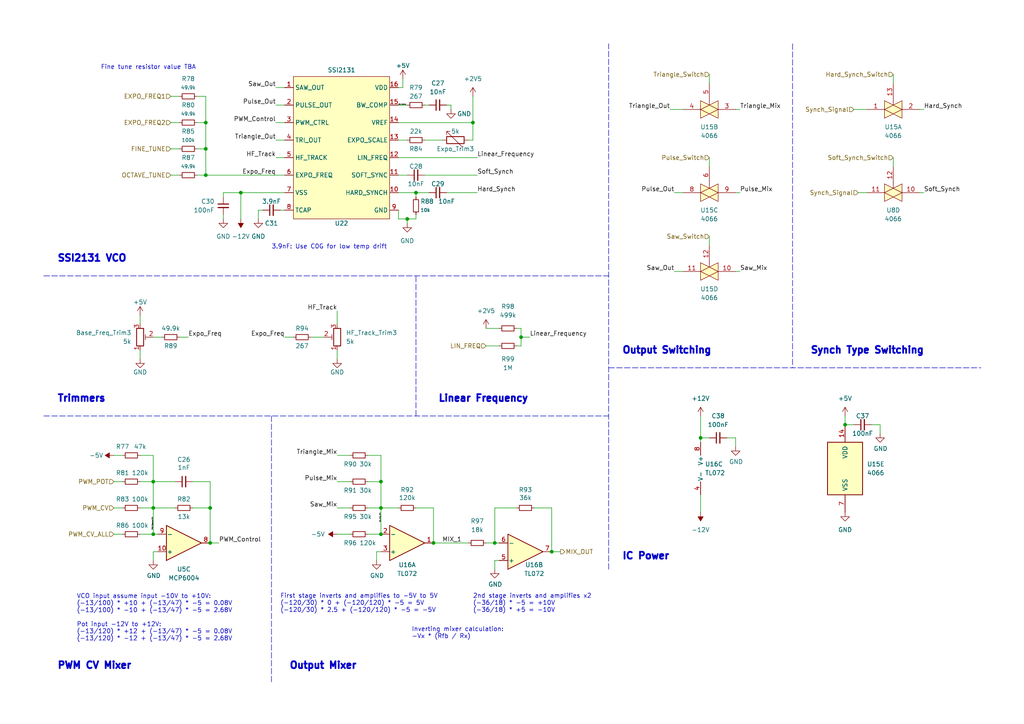
<source format=kicad_sch>
(kicad_sch (version 20211123) (generator eeschema)
  (paper "A4")
  (title_block (title "Quadraphone Voice") (date "2023-01-27") (rev "v1.0") (company "Mountjoy Modular"))
  (lib_symbols
    (symbol "4xxx:4066" (pin_names (offset 1.016))
      (property "Reference" "U" (at -7.62 8.89 0))
      (property "Value" "4066" (at -7.62 -8.89 0))
      (symbol "4066_1_0"
        (polyline (pts (xy 0 1.27) (xy 0 2.54)) (stroke (width 0.1524)))
        (polyline (pts (xy -2.54 0) (xy 2.54 2.54) (xy 2.54 -2.54) (xy -2.54 0)) (fill (type background)))
        (polyline (pts (xy -2.54 2.54) (xy 2.54 0) (xy -2.54 -2.54) (xy -2.54 2.54)) (fill (type background)))
        (pin passive line (at -7.62 0 0) (length 5.08) (name "~") (number "1"))
        (pin input line (at 0 7.62 270) (length 5.08) (name "~") (number "13"))
        (pin passive line (at 7.62 0 180) (length 5.08) (name "~") (number "2"))
      )
      (symbol "4066_2_0"
        (polyline (pts (xy 0 1.27) (xy 0 2.54)) (stroke (width 0.1524)))
        (polyline (pts (xy -2.54 0) (xy 2.54 2.54) (xy 2.54 -2.54) (xy -2.54 0)) (fill (type background)))
        (polyline (pts (xy -2.54 2.54) (xy 2.54 0) (xy -2.54 -2.54) (xy -2.54 2.54)) (fill (type background)))
        (pin passive line (at 7.62 0 180) (length 5.08) (name "~") (number "3"))
        (pin passive line (at -7.62 0 0) (length 5.08) (name "~") (number "4"))
        (pin input line (at 0 7.62 270) (length 5.08) (name "~") (number "5"))
      )
      (symbol "4066_3_0"
        (polyline (pts (xy 0 1.27) (xy 0 2.54)) (stroke (width 0.1524)))
        (polyline (pts (xy -2.54 0) (xy 2.54 2.54) (xy 2.54 -2.54) (xy -2.54 0)) (fill (type background)))
        (polyline (pts (xy -2.54 2.54) (xy 2.54 0) (xy -2.54 -2.54) (xy -2.54 2.54)) (fill (type background)))
        (pin input line (at 0 7.62 270) (length 5.08) (name "~") (number "6"))
        (pin passive line (at -7.62 0 0) (length 5.08) (name "~") (number "8"))
        (pin passive line (at 7.62 0 180) (length 5.08) (name "~") (number "9"))
      )
      (symbol "4066_4_0"
        (polyline (pts (xy 0 1.27) (xy 0 2.54)) (stroke (width 0.1524)))
        (polyline (pts (xy -2.54 0) (xy 2.54 2.54) (xy 2.54 -2.54) (xy -2.54 0)) (fill (type background)))
        (polyline (pts (xy -2.54 2.54) (xy 2.54 0) (xy -2.54 -2.54) (xy -2.54 2.54)) (fill (type background)))
        (pin passive line (at 7.62 0 180) (length 5.08) (name "~") (number "10"))
        (pin passive line (at -7.62 0 0) (length 5.08) (name "~") (number "11"))
        (pin input line (at 0 7.62 270) (length 5.08) (name "~") (number "12"))
      )
      (symbol "4066_5_0"
        (pin power_in line (at 0 12.7 270) (length 5.08) (name "VDD") (number "14"))
        (pin power_in line (at 0 -12.7 90) (length 5.08) (name "VSS") (number "7"))
      )
      (symbol "4066_5_1"
        (rectangle (start -5.08 7.62) (end 5.08 -7.62) (stroke (width 0.254)) (fill (type background)))
      )
    )
    (symbol "Amplifier_Operational:MCP6004" (pin_names (offset 0.127))
      (property "Reference" "U" (at 0 5.08 0))
      (property "Value" "MCP6004" (at 0 -5.08 0))
      (symbol "MCP6004_1_1"
        (polyline (pts (xy -5.08 5.08) (xy 5.08 0) (xy -5.08 -5.08) (xy -5.08 5.08)) (stroke (width 0.254)) (fill (type background)))
        (pin output line (at 7.62 0 180) (length 2.54) (name "~") (number "1"))
        (pin input line (at -7.62 -2.54 0) (length 2.54) (name "-") (number "2"))
        (pin input line (at -7.62 2.54 0) (length 2.54) (name "+") (number "3"))
      )
      (symbol "MCP6004_2_1"
        (polyline (pts (xy -5.08 5.08) (xy 5.08 0) (xy -5.08 -5.08) (xy -5.08 5.08)) (stroke (width 0.254)) (fill (type background)))
        (pin input line (at -7.62 2.54 0) (length 2.54) (name "+") (number "5"))
        (pin input line (at -7.62 -2.54 0) (length 2.54) (name "-") (number "6"))
        (pin output line (at 7.62 0 180) (length 2.54) (name "~") (number "7"))
      )
      (symbol "MCP6004_3_1"
        (polyline (pts (xy -5.08 5.08) (xy 5.08 0) (xy -5.08 -5.08) (xy -5.08 5.08)) (stroke (width 0.254)) (fill (type background)))
        (pin input line (at -7.62 2.54 0) (length 2.54) (name "+") (number "10"))
        (pin output line (at 7.62 0 180) (length 2.54) (name "~") (number "8"))
        (pin input line (at -7.62 -2.54 0) (length 2.54) (name "-") (number "9"))
      )
      (symbol "MCP6004_4_1"
        (polyline (pts (xy -5.08 5.08) (xy 5.08 0) (xy -5.08 -5.08) (xy -5.08 5.08)) (stroke (width 0.254)) (fill (type background)))
        (pin input line (at -7.62 2.54 0) (length 2.54) (name "+") (number "12"))
        (pin input line (at -7.62 -2.54 0) (length 2.54) (name "-") (number "13"))
        (pin output line (at 7.62 0 180) (length 2.54) (name "~") (number "14"))
      )
      (symbol "MCP6004_5_1"
        (pin power_in line (at -2.54 -7.62 90) (length 3.81) (name "V-") (number "11"))
        (pin power_in line (at -2.54 7.62 270) (length 3.81) (name "V+") (number "4"))
      )
    )
    (symbol "Amplifier_Operational:TL072" (pin_names (offset 0.127))
      (property "Reference" "U" (at 0 5.08 0))
      (property "Value" "TL072" (at 0 -5.08 0))
      (symbol "TL072_1_1"
        (polyline (pts (xy -5.08 5.08) (xy 5.08 0) (xy -5.08 -5.08) (xy -5.08 5.08)) (stroke (width 0.254)) (fill (type background)))
        (pin output line (at 7.62 0 180) (length 2.54) (name "~") (number "1"))
        (pin input line (at -7.62 -2.54 0) (length 2.54) (name "-") (number "2"))
        (pin input line (at -7.62 2.54 0) (length 2.54) (name "+") (number "3"))
      )
      (symbol "TL072_2_1"
        (polyline (pts (xy -5.08 5.08) (xy 5.08 0) (xy -5.08 -5.08) (xy -5.08 5.08)) (stroke (width 0.254)) (fill (type background)))
        (pin input line (at -7.62 2.54 0) (length 2.54) (name "+") (number "5"))
        (pin input line (at -7.62 -2.54 0) (length 2.54) (name "-") (number "6"))
        (pin output line (at 7.62 0 180) (length 2.54) (name "~") (number "7"))
      )
      (symbol "TL072_3_1"
        (pin power_in line (at -2.54 -7.62 90) (length 3.81) (name "V-") (number "4"))
        (pin power_in line (at -2.54 7.62 270) (length 3.81) (name "V+") (number "8"))
      )
    )
    (symbol "Custom_Audio:SSI2131"
      (property "Reference" "U" (at 0 21.59 0))
      (property "Value" "SSI2131" (at 0 -23.495 0))
      (symbol "SSI2131_0_0"
        (pin output line (at -16.51 16.51 0) (length 2.54) (name "SAW_OUT") (number "1"))
        (pin input line (at 16.51 -13.97 180) (length 2.54) (name "HARD_SYNCH") (number "10"))
        (pin input line (at 16.51 -8.89 180) (length 2.54) (name "SOFT_SYNC") (number "11"))
        (pin input line (at 16.51 -3.81 180) (length 2.54) (name "LIN_FREQ") (number "12"))
        (pin input line (at 16.51 1.27 180) (length 2.54) (name "EXPO_SCALE") (number "13"))
        (pin power_in line (at 16.51 6.35 180) (length 2.54) (name "VREF") (number "14"))
        (pin output line (at 16.51 11.43 180) (length 2.54) (name "BW_COMP") (number "15"))
        (pin power_in line (at 16.51 16.51 180) (length 2.54) (name "VDD") (number "16"))
        (pin output line (at -16.51 11.43 0) (length 2.54) (name "PULSE_OUT") (number "2"))
        (pin input line (at -16.51 6.35 0) (length 2.54) (name "PWM_CTRL") (number "3"))
        (pin output line (at -16.51 -3.81 0) (length 2.54) (name "HF_TRACK") (number "5"))
        (pin input line (at -16.51 -8.89 0) (length 2.54) (name "EXPO_FREQ") (number "6"))
        (pin power_in line (at -16.51 -13.97 0) (length 2.54) (name "VSS") (number "7"))
        (pin input line (at -16.51 -19.05 0) (length 2.54) (name "TCAP") (number "8"))
        (pin power_in line (at 16.51 -19.05 180) (length 2.54) (name "GND") (number "9"))
      )
      (symbol "SSI2131_0_1"
        (rectangle (start -13.97 19.685) (end 13.97 -21.59) (fill (type background)))
      )
      (symbol "SSI2131_1_1"
        (pin output line (at -16.51 1.27 0) (length 2.54) (name "TRI_OUT") (number "4"))
      )
    )
    (symbol "Device:C_Small" (pin_numbers hide) (pin_names (offset 0.254) hide)
      (property "Reference" "C" (at 0.254 1.778 0))
      (property "Value" "C_Small" (at 0.254 -2.032 0))
      (symbol "C_Small_0_1"
        (polyline (pts (xy -1.524 -0.508) (xy 1.524 -0.508)) (stroke (width 0.3302)))
        (polyline (pts (xy -1.524 0.508) (xy 1.524 0.508)) (stroke (width 0.3048)))
      )
      (symbol "C_Small_1_1"
        (pin passive line (at 0 2.54 270) (length 2.032) (name "~") (number "1"))
        (pin passive line (at 0 -2.54 90) (length 2.032) (name "~") (number "2"))
      )
    )
    (symbol "Device:R_Potentiometer_Trim" (pin_names (offset 1.016) hide)
      (property "Reference" "RV" (at -4.445 0 90))
      (property "Value" "R_Potentiometer_Trim" (at -2.54 0 90))
      (symbol "R_Potentiometer_Trim_0_1"
        (polyline (pts (xy 1.524 0.762) (xy 1.524 -0.762)))
        (polyline (pts (xy 2.54 0) (xy 1.524 0)))
        (rectangle (start 1.016 2.54) (end -1.016 -2.54) (stroke (width 0.254)))
      )
      (symbol "R_Potentiometer_Trim_1_1"
        (pin passive line (at 0 3.81 270) (length 1.27) (name "1") (number "1"))
        (pin passive line (at 3.81 0 180) (length 1.27) (name "2") (number "2"))
        (pin passive line (at 0 -3.81 90) (length 1.27) (name "3") (number "3"))
      )
    )
    (symbol "Device:R_Small" (pin_numbers hide) (pin_names (offset 0.254) hide)
      (property "Reference" "R" (at 0.762 0.508 0))
      (property "Value" "R_Small" (at 0.762 -1.016 0))
      (symbol "R_Small_0_1"
        (rectangle (start -0.762 1.778) (end 0.762 -1.778) (stroke (width 0.2032)))
      )
      (symbol "R_Small_1_1"
        (pin passive line (at 0 2.54 270) (length 0.762) (name "~") (number "1"))
        (pin passive line (at 0 -2.54 90) (length 0.762) (name "~") (number "2"))
      )
    )
    (symbol "Device:R_Variable" (pin_numbers hide) (pin_names (offset 0))
      (property "Reference" "R" (at 2.54 -2.54 90))
      (property "Value" "R_Variable" (at -2.54 -1.27 90))
      (symbol "R_Variable_0_1"
        (rectangle (start -1.016 -2.54) (end 1.016 2.54) (stroke (width 0.254)))
        (polyline (pts (xy 2.54 1.524) (xy 2.54 2.54) (xy 1.524 2.54) (xy 2.54 2.54) (xy -2.032 -2.032)))
      )
      (symbol "R_Variable_1_1"
        (pin passive line (at 0 3.81 270) (length 1.27) (name "~") (number "1"))
        (pin passive line (at 0 -3.81 90) (length 1.27) (name "~") (number "2"))
      )
    )
    (symbol "power:+12V" (power) (pin_names (offset 0))
      (property "Value" "+12V" (at 0 3.556 0))
      (symbol "+12V_0_1"
        (polyline (pts (xy -0.762 1.27) (xy 0 2.54)))
        (polyline (pts (xy 0 0) (xy 0 2.54)))
        (polyline (pts (xy 0 2.54) (xy 0.762 1.27)))
      )
      (symbol "+12V_1_1"
        (pin power_in line (at 0 0 90) (length 0) hide (name "+12V") (number "1"))
      )
    )
    (symbol "power:+2V5" (power) (pin_names (offset 0))
      (property "Value" "+2V5" (at 0 3.556 0))
      (symbol "+2V5_0_1"
        (polyline (pts (xy -0.762 1.27) (xy 0 2.54)))
        (polyline (pts (xy 0 0) (xy 0 2.54)))
        (polyline (pts (xy 0 2.54) (xy 0.762 1.27)))
      )
      (symbol "+2V5_1_1"
        (pin power_in line (at 0 0 90) (length 0) hide (name "+2V5") (number "1"))
      )
    )
    (symbol "power:+5V" (power) (pin_names (offset 0))
      (property "Value" "+5V" (at 0 3.556 0))
      (symbol "+5V_0_1"
        (polyline (pts (xy -0.762 1.27) (xy 0 2.54)))
        (polyline (pts (xy 0 0) (xy 0 2.54)))
        (polyline (pts (xy 0 2.54) (xy 0.762 1.27)))
      )
      (symbol "+5V_1_1"
        (pin power_in line (at 0 0 90) (length 0) hide (name "+5V") (number "1"))
      )
    )
    (symbol "power:-12V" (power) (pin_names (offset 0))
      (property "Value" "-12V" (at 0 3.81 0))
      (symbol "-12V_0_0"
        (pin power_in line (at 0 0 90) (length 0) hide (name "-12V") (number "1"))
      )
      (symbol "-12V_0_1"
        (polyline (pts (xy 0 0) (xy 0 1.27) (xy 0.762 1.27) (xy 0 2.54) (xy -0.762 1.27) (xy 0 1.27)) (fill (type outline)))
      )
    )
    (symbol "power:-5V" (power) (pin_names (offset 0))
      (property "Value" "-5V" (at 0 3.81 0))
      (symbol "-5V_0_0"
        (pin power_in line (at 0 0 90) (length 0) hide (name "-5V") (number "1"))
      )
      (symbol "-5V_0_1"
        (polyline (pts (xy 0 0) (xy 0 1.27) (xy 0.762 1.27) (xy 0 2.54) (xy -0.762 1.27) (xy 0 1.27)) (fill (type outline)))
      )
    )
    (symbol "power:GND" (power) (pin_names (offset 0))
      (property "Value" "GND" (at 0 -3.81 0))
      (symbol "GND_0_1"
        (polyline (pts (xy 0 0) (xy 0 -1.27) (xy 1.27 -1.27) (xy 0 -2.54) (xy -1.27 -1.27) (xy 0 -1.27)))
      )
      (symbol "GND_1_1"
        (pin power_in line (at 0 0 270) (length 0) hide (name "GND") (number "1"))
      )
    )
  )
  (junction (at 60.96 147.32))
  (junction (at 160.02 160.02))
  (junction (at 137.16 35.56))
  (junction (at 151.13 97.79))
  (junction (at 110.49 154.94))
  (junction (at 118.11 63.5))
  (junction (at 110.49 139.7))
  (junction (at 203.2 127))
  (junction (at 245.11 123.19))
  (junction (at 125.73 157.48))
  (junction (at 120.65 55.88))
  (junction (at 59.69 43.18))
  (junction (at 69.85 55.88))
  (junction (at 110.49 147.32))
  (junction (at 143.51 157.48))
  (junction (at 60.96 157.48))
  (junction (at 59.69 50.8))
  (junction (at 44.45 139.7))
  (junction (at 44.45 147.32))
  (junction (at 59.69 35.56))
  (junction (at 44.45 154.94))
  (polyline (pts (xy 176.53 165.1) (xy 176.53 12.7)))
  (polyline (pts (xy 12.7 120.65) (xy 176.53 120.65)))
  (wire (pts (xy 115.57 35.56) (xy 137.16 35.56)))
  (wire (pts (xy 57.15 35.56) (xy 59.69 35.56)))
  (polyline (pts (xy 229.87 12.7) (xy 229.87 106.68)))
  (wire (pts (xy 149.86 100.33) (xy 151.13 100.33)))
  (wire (pts (xy 151.13 97.79) (xy 151.13 95.25)))
  (wire (pts (xy 120.65 147.32) (xy 125.73 147.32)))
  (wire (pts (xy 110.49 139.7) (xy 110.49 147.32)))
  (wire (pts (xy 97.79 154.94) (xy 101.6 154.94)))
  (wire (pts (xy 143.51 157.48) (xy 144.78 157.48)))
  (wire (pts (xy 55.88 147.32) (xy 60.96 147.32)))
  (wire (pts (xy 143.51 147.32) (xy 149.86 147.32)))
  (wire (pts (xy 109.22 160.02) (xy 109.22 162.56)))
  (wire (pts (xy 116.84 25.4) (xy 115.57 25.4)))
  (wire (pts (xy 115.57 45.72) (xy 138.43 45.72)))
  (wire (pts (xy 129.54 30.48) (xy 130.81 30.48)))
  (wire (pts (xy 195.58 78.74) (xy 198.12 78.74)))
  (wire (pts (xy 49.53 50.8) (xy 52.07 50.8)))
  (wire (pts (xy 80.01 25.4) (xy 82.55 25.4)))
  (wire (pts (xy 33.02 139.7) (xy 35.56 139.7)))
  (wire (pts (xy 40.64 139.7) (xy 44.45 139.7)))
  (wire (pts (xy 49.53 43.18) (xy 52.07 43.18)))
  (wire (pts (xy 266.7 31.75) (xy 267.97 31.75)))
  (wire (pts (xy 115.57 40.64) (xy 118.11 40.64)))
  (wire (pts (xy 97.79 101.6) (xy 97.79 104.14)))
  (wire (pts (xy 115.57 63.5) (xy 118.11 63.5)))
  (wire (pts (xy 97.79 139.7) (xy 101.6 139.7)))
  (wire (pts (xy 60.96 147.32) (xy 60.96 157.48)))
  (wire (pts (xy 97.79 147.32) (xy 101.6 147.32)))
  (wire (pts (xy 259.08 45.72) (xy 259.08 48.26)))
  (wire (pts (xy 90.17 97.79) (xy 93.98 97.79)))
  (wire (pts (xy 123.19 50.8) (xy 138.43 50.8)))
  (wire (pts (xy 123.19 30.48) (xy 124.46 30.48)))
  (polyline (pts (xy 176.53 106.68) (xy 284.48 106.68)))
  (wire (pts (xy 80.01 30.48) (xy 82.55 30.48)))
  (wire (pts (xy 33.02 132.08) (xy 35.56 132.08)))
  (wire (pts (xy 59.69 27.94) (xy 59.69 35.56)))
  (wire (pts (xy 203.2 120.65) (xy 203.2 127)))
  (wire (pts (xy 40.64 147.32) (xy 44.45 147.32)))
  (wire (pts (xy 69.85 55.88) (xy 69.85 63.5)))
  (wire (pts (xy 59.69 43.18) (xy 59.69 50.8)))
  (wire (pts (xy 116.84 22.86) (xy 116.84 25.4)))
  (polyline (pts (xy 12.7 80.01) (xy 176.53 80.01)))
  (wire (pts (xy 97.79 132.08) (xy 101.6 132.08)))
  (wire (pts (xy 115.57 60.96) (xy 115.57 63.5)))
  (wire (pts (xy 44.45 160.02) (xy 45.72 160.02)))
  (wire (pts (xy 144.78 95.25) (xy 140.97 95.25)))
  (wire (pts (xy 44.45 139.7) (xy 50.8 139.7)))
  (wire (pts (xy 129.54 55.88) (xy 138.43 55.88)))
  (wire (pts (xy 74.93 60.96) (xy 74.93 63.5)))
  (wire (pts (xy 259.08 21.59) (xy 259.08 24.13)))
  (wire (pts (xy 140.97 100.33) (xy 144.78 100.33)))
  (wire (pts (xy 57.15 43.18) (xy 59.69 43.18)))
  (wire (pts (xy 245.11 123.19) (xy 247.65 123.19)))
  (wire (pts (xy 57.15 50.8) (xy 59.69 50.8)))
  (wire (pts (xy 59.69 35.56) (xy 59.69 43.18)))
  (wire (pts (xy 143.51 162.56) (xy 144.78 162.56)))
  (wire (pts (xy 203.2 127) (xy 203.2 128.27)))
  (wire (pts (xy 45.72 154.94) (xy 44.45 154.94)))
  (wire (pts (xy 106.68 154.94) (xy 110.49 154.94)))
  (wire (pts (xy 154.94 147.32) (xy 160.02 147.32)))
  (wire (pts (xy 125.73 157.48) (xy 135.89 157.48)))
  (wire (pts (xy 82.55 97.79) (xy 85.09 97.79)))
  (wire (pts (xy 44.45 97.79) (xy 46.99 97.79)))
  (wire (pts (xy 44.45 147.32) (xy 44.45 154.94)))
  (wire (pts (xy 210.82 127) (xy 213.36 127)))
  (wire (pts (xy 245.11 120.65) (xy 245.11 123.19)))
  (wire (pts (xy 140.97 157.48) (xy 143.51 157.48)))
  (wire (pts (xy 143.51 162.56) (xy 143.51 165.1)))
  (wire (pts (xy 205.74 68.58) (xy 205.74 71.12)))
  (wire (pts (xy 106.68 147.32) (xy 110.49 147.32)))
  (wire (pts (xy 203.2 127) (xy 205.74 127)))
  (wire (pts (xy 97.79 90.17) (xy 97.79 93.98)))
  (wire (pts (xy 60.96 157.48) (xy 63.5 157.48)))
  (wire (pts (xy 64.77 55.88) (xy 64.77 57.15)))
  (wire (pts (xy 247.65 31.75) (xy 251.46 31.75)))
  (wire (pts (xy 54.61 97.79) (xy 52.07 97.79)))
  (wire (pts (xy 151.13 100.33) (xy 151.13 97.79)))
  (wire (pts (xy 40.64 154.94) (xy 44.45 154.94)))
  (wire (pts (xy 40.64 91.44) (xy 40.64 93.98)))
  (polyline (pts (xy 78.74 120.65) (xy 78.74 198.12)))
  (wire (pts (xy 44.45 139.7) (xy 44.45 147.32)))
  (wire (pts (xy 248.92 55.88) (xy 251.46 55.88)))
  (wire (pts (xy 44.45 147.32) (xy 50.8 147.32)))
  (wire (pts (xy 213.36 55.88) (xy 214.63 55.88)))
  (wire (pts (xy 59.69 27.94) (xy 57.15 27.94)))
  (wire (pts (xy 106.68 132.08) (xy 110.49 132.08)))
  (wire (pts (xy 49.53 27.94) (xy 52.07 27.94)))
  (wire (pts (xy 49.53 35.56) (xy 52.07 35.56)))
  (wire (pts (xy 135.89 40.64) (xy 137.16 40.64)))
  (wire (pts (xy 44.45 160.02) (xy 44.45 162.56)))
  (wire (pts (xy 106.68 139.7) (xy 110.49 139.7)))
  (wire (pts (xy 80.01 45.72) (xy 82.55 45.72)))
  (wire (pts (xy 151.13 95.25) (xy 149.86 95.25)))
  (wire (pts (xy 74.93 60.96) (xy 76.2 60.96)))
  (wire (pts (xy 118.11 63.5) (xy 118.11 64.77)))
  (wire (pts (xy 125.73 147.32) (xy 125.73 157.48)))
  (wire (pts (xy 252.73 123.19) (xy 255.27 123.19)))
  (wire (pts (xy 266.7 55.88) (xy 267.97 55.88)))
  (wire (pts (xy 123.19 40.64) (xy 128.27 40.64)))
  (wire (pts (xy 80.01 35.56) (xy 82.55 35.56)))
  (wire (pts (xy 115.57 50.8) (xy 118.11 50.8)))
  (wire (pts (xy 130.81 30.48) (xy 130.81 31.75)))
  (wire (pts (xy 33.02 154.94) (xy 35.56 154.94)))
  (wire (pts (xy 81.28 60.96) (xy 82.55 60.96)))
  (wire (pts (xy 55.88 139.7) (xy 60.96 139.7)))
  (wire (pts (xy 120.65 55.88) (xy 120.65 57.15)))
  (wire (pts (xy 213.36 78.74) (xy 214.63 78.74)))
  (wire (pts (xy 40.64 101.6) (xy 40.64 104.14)))
  (wire (pts (xy 213.36 127) (xy 213.36 129.54)))
  (wire (pts (xy 110.49 147.32) (xy 110.49 154.94)))
  (wire (pts (xy 213.36 31.75) (xy 214.63 31.75)))
  (wire (pts (xy 137.16 27.94) (xy 137.16 35.56)))
  (polyline (pts (xy 120.65 120.65) (xy 120.65 80.01)))
  (wire (pts (xy 64.77 62.23) (xy 64.77 63.5)))
  (wire (pts (xy 64.77 55.88) (xy 69.85 55.88)))
  (wire (pts (xy 60.96 139.7) (xy 60.96 147.32)))
  (wire (pts (xy 137.16 40.64) (xy 137.16 35.56)))
  (wire (pts (xy 151.13 97.79) (xy 153.67 97.79)))
  (wire (pts (xy 115.57 55.88) (xy 120.65 55.88)))
  (wire (pts (xy 118.11 30.48) (xy 115.57 30.48)))
  (wire (pts (xy 110.49 132.08) (xy 110.49 139.7)))
  (wire (pts (xy 59.69 50.8) (xy 82.55 50.8)))
  (wire (pts (xy 143.51 147.32) (xy 143.51 157.48)))
  (wire (pts (xy 255.27 123.19) (xy 255.27 125.73)))
  (wire (pts (xy 109.22 160.02) (xy 110.49 160.02)))
  (wire (pts (xy 160.02 147.32) (xy 160.02 160.02)))
  (wire (pts (xy 69.85 55.88) (xy 82.55 55.88)))
  (wire (pts (xy 40.64 132.08) (xy 44.45 132.08)))
  (wire (pts (xy 194.31 31.75) (xy 198.12 31.75)))
  (wire (pts (xy 80.01 40.64) (xy 82.55 40.64)))
  (wire (pts (xy 160.02 160.02) (xy 162.56 160.02)))
  (wire (pts (xy 205.74 45.72) (xy 205.74 48.26)))
  (wire (pts (xy 203.2 148.59) (xy 203.2 143.51)))
  (wire (pts (xy 110.49 147.32) (xy 115.57 147.32)))
  (wire (pts (xy 44.45 132.08) (xy 44.45 139.7)))
  (wire (pts (xy 120.65 62.23) (xy 120.65 63.5)))
  (wire (pts (xy 195.58 55.88) (xy 198.12 55.88)))
  (wire (pts (xy 205.74 21.59) (xy 205.74 24.13)))
  (wire (pts (xy 120.65 55.88) (xy 124.46 55.88)))
  (wire (pts (xy 120.65 63.5) (xy 118.11 63.5)))
  (wire (pts (xy 33.02 147.32) (xy 35.56 147.32)))
  (text "First stage inverts and amplifies to -5V to 5V\n(-120/30) * 0 + (-120/120) * -5 = 5V\n(-120/30) * 2.5 + (-120/120) * -5 = -5V" (at 81.28 177.8 0) (effects (font (size 1.27 1.27)) (justify left bottom)))
  (text "Fine tune resistor value TBA" (at 29.21 20.32 0) (effects (font (size 1.27 1.27)) (justify left bottom)))
  (text "PWM CV Mixer" (at 16.51 194.31 0) (effects (font (size 2 2) (thickness 0.6) bold) (justify left bottom)))
  (text "Synch Type Switching" (at 234.95 102.87 0) (effects (font (size 2 2) (thickness 0.6) bold) (justify left bottom)))
  (text "Inverting mixer calculation:\n-Vx * (Rfb / Rx)" (at 119.38 185.42 0) (effects (font (size 1.27 1.27)) (justify left bottom)))
  (text "SSI2131 VCO" (at 16.51 76.2 0) (effects (font (size 2 2) (thickness 0.6) bold) (justify left bottom)))
  (text "Linear Frequency" (at 127 116.84 0) (effects (font (size 2 2) (thickness 0.6) bold) (justify left bottom)))
  (text "VCO input assume input -10V to +10V:\n(-13/100) * +10 + (-13/47) * -5 = 0.08V\n(-13/100) * -10 + (-13/47) * -5 = 2.68V\n\nPot input -12V to +12V:\n(-13/120) * +12 + (-13/47) * -5 = 0.08V\n(-13/120) * -12 + (-13/47) * -5 = 2.68V" (at 22.225 186.055 0) (effects (font (size 1.27 1.27)) (justify left bottom)))
  (text "Trimmers" (at 16.51 116.84 0) (effects (font (size 2 2) (thickness 0.6) bold) (justify left bottom)))
  (text "Output Mixer" (at 83.82 194.31 0) (effects (font (size 2 2) (thickness 0.6) bold) (justify left bottom)))
  (text "3.9nF: Use C0G for low temp drift" (at 78.74 72.39 0) (effects (font (size 1.27 1.27)) (justify left bottom)))
  (text "IC Power" (at 180.34 162.56 0) (effects (font (size 2 2) (thickness 0.6) bold) (justify left bottom)))
  (text "2nd stage inverts and amplifies x2\n(-36/18) * -5 = +10V\n(-36/18) * +5 = -10V" (at 137.16 177.8 0) (effects (font (size 1.27 1.27)) (justify left bottom)))
  (text "Output Switching" (at 180.34 102.87 0) (effects (font (size 2 2) (thickness 0.6) bold) (justify left bottom)))
  (label "Saw_Mix" (at 214.63 78.74 0))
  (label "Linear_Frequency" (at 138.43 45.72 0))
  (label "Expo_Freq" (at 80.01 50.8 180))
  (label "MIX_1" (at 128.27 157.48 0))
  (label "Triangle_Out" (at 194.31 31.75 180))
  (label "Soft_Synch" (at 138.43 50.8 0))
  (label "Hard_Synch" (at 267.97 31.75 0))
  (label "Triangle_Out" (at 80.01 40.64 180))
  (label "Saw_Mix" (at 97.79 147.32 180))
  (label "BW_Comp" (at 115.57 30.48 0) (effects (font (size 0.3 0.3))))
  (label "PWM_Opamp_Mix" (at 44.45 149.86 270) (effects (font (size 0.3 0.3))))
  (label "Hard_Synch" (at 138.43 55.88 0))
  (label "Pulse_Mix" (at 214.63 55.88 0))
  (label "Expo_Freq" (at 54.61 97.79 0))
  (label "Soft_Synch" (at 267.97 55.88 0))
  (label "HF_Track" (at 80.01 45.72 180))
  (label "Pulse_Mix" (at 97.79 139.7 180))
  (label "Saw_Out" (at 80.01 25.4 180))
  (label "Triangle_Mix" (at 214.63 31.75 0))
  (label "PWM_Control" (at 80.01 35.56 180))
  (label "Pulse_Out" (at 195.58 55.88 180))
  (label "Triangle_Mix" (at 97.79 132.08 180))
  (label "PWM_Control" (at 63.5 157.48 0))
  (label "HF_Track" (at 97.79 90.17 180))
  (label "Expo_Freq" (at 82.55 97.79 180))
  (label "Linear_Frequency" (at 153.67 97.79 0))
  (label "Pulse_Out" (at 80.01 30.48 180))
  (label "Saw_Out" (at 195.58 78.74 180))
  (label "Op_Amp_Mix" (at 110.49 148.59 270) (effects (font (size 0.3 0.3))))
  (hierarchical_label "EXPO_FREQ2" (shape input) (at 49.53 35.56 180))
  (hierarchical_label "MIX_OUT" (shape output) (at 162.56 160.02 0))
  (hierarchical_label "Triangle_Switch" (shape input) (at 205.74 21.59 180))
  (hierarchical_label "PWM_CV" (shape input) (at 33.02 147.32 180))
  (hierarchical_label "Saw_Switch" (shape input) (at 205.74 68.58 180))
  (hierarchical_label "PWM_POT" (shape input) (at 33.02 139.7 180))
  (hierarchical_label "Synch_Signal" (shape input) (at 247.65 31.75 180))
  (hierarchical_label "LIN_FREQ" (shape input) (at 140.97 100.33 180))
  (hierarchical_label "OCTAVE_TUNE" (shape input) (at 49.53 50.8 180))
  (hierarchical_label "EXPO_FREQ1" (shape input) (at 49.53 27.94 180))
  (hierarchical_label "FINE_TUNE" (shape input) (at 49.53 43.18 180))
  (hierarchical_label "Soft_Synch_Switch" (shape input) (at 259.08 45.72 180))
  (hierarchical_label "Synch_Signal" (shape input) (at 248.92 55.88 180))
  (hierarchical_label "Pulse_Switch" (shape input) (at 205.74 45.72 180))
  (hierarchical_label "PWM_CV_ALL" (shape input) (at 33.02 154.94 180))
  (hierarchical_label "Hard_Synch_Switch" (shape input) (at 259.08 21.59 180))
  (symbol (lib_id "power:+2V5") (at 140.97 95.25 0) (mirror y) (unit 1)
    (property "Reference" "#PWR097" (effects hide))
    (property "Value" "+2V5" (at 140.97 90.17 0))
  )
  (symbol (lib_id "Device:R_Small") (at 38.1 132.08 270) (unit 1)
    (property "Reference" "R77" (at 35.56 129.54 90))
    (property "Value" "47k" (at 40.64 129.54 90))
    (property "Footprint" "Resistor_SMD:R_0603_1608Metric" (effects hide))
  )
  (symbol (lib_id "Device:R_Small") (at 38.1 139.7 270) (unit 1)
    (property "Reference" "R81" (at 35.56 137.16 90))
    (property "Value" "120k" (at 40.64 137.16 90))
    (property "Footprint" "Resistor_SMD:R_0603_1608Metric" (effects hide))
  )
  (symbol (lib_id "power:GND") (at 40.64 104.14 0) (mirror y) (unit 1)
    (property "Reference" "#PWR092" (effects hide))
    (property "Value" "GND" (at 40.64 107.95 0))
  )
  (symbol (lib_id "Device:C_Small") (at 208.28 127 90) (unit 1)
    (property "Reference" "C38" (at 208.2863 120.65 90))
    (property "Value" "100nF" (at 208.2863 123.19 90))
    (property "Footprint" "Capacitor_SMD:C_0603_1608Metric_Pad1.08x0.95mm_HandSolder" (effects hide))
  )
  (symbol (lib_id "power:GND") (at 44.45 162.56 0) (unit 1)
    (property "Reference" "#PWR086" (effects hide))
    (property "Value" "GND" (at 44.577 166.9542 0))
  )
  (symbol (lib_id "Device:C_Small") (at 127 55.88 90) (unit 1)
    (property "Reference" "C29" (at 127 53.34 90))
    (property "Value" "10nF" (at 129.54 58.42 90))
    (property "Footprint" "Capacitor_SMD:C_0603_1608Metric_Pad1.08x0.95mm_HandSolder" (effects hide))
  )
  (symbol (lib_id "Device:R_Small") (at 118.11 147.32 270) (unit 1)
    (property "Reference" "R92" (at 118.11 142.0622 90))
    (property "Value" "120k" (at 118.11 144.3736 90))
    (property "Footprint" "Resistor_SMD:R_0603_1608Metric" (effects hide))
  )
  (symbol (lib_id "Device:C_Small") (at 250.19 123.19 90) (unit 1)
    (property "Reference" "C37" (at 250.19 120.65 90))
    (property "Value" "100nF" (at 250.19 125.73 90))
    (property "Footprint" "Capacitor_SMD:C_0603_1608Metric_Pad1.08x0.95mm_HandSolder" (effects hide))
  )
  (symbol (lib_id "Device:R_Small") (at 87.63 97.79 270) (unit 1)
    (property "Reference" "R94" (at 87.63 95.25 90))
    (property "Value" "267" (at 87.63 100.33 90))
    (property "Footprint" "Resistor_SMD:R_0603_1608Metric" (effects hide))
  )
  (symbol (lib_id "Device:R_Small") (at 147.32 95.25 270) (mirror x) (unit 1)
    (property "Reference" "R98" (at 147.32 88.9 90))
    (property "Value" "499k" (at 147.32 91.44 90))
    (property "Footprint" "Resistor_SMD:R_0603_1608Metric" (effects hide))
  )
  (symbol (lib_id "4xxx:4066") (at 205.74 55.88 0) (unit 3)
    (property "Reference" "U15" (at 205.74 60.96 0))
    (property "Value" "4066" (at 205.74 63.5 0))
    (property "Footprint" "Package_SO:TSSOP-14_4.4x5mm_P0.65mm" (effects hide))
    (property "Datasheet" "http://www.ti.com/lit/ds/symlink/cd4066b.pdf" (effects hide))
  )
  (symbol (lib_id "power:-12V") (at 69.85 63.5 180) (unit 1)
    (property "Reference" "#PWR088" (effects hide))
    (property "Value" "-12V" (at 69.85 68.58 0))
  )
  (symbol (lib_id "power:GND") (at 97.79 104.14 0) (unit 1)
    (property "Reference" "#PWR094" (effects hide))
    (property "Value" "GND" (at 97.79 107.95 0))
  )
  (symbol (lib_id "Device:R_Small") (at 104.14 139.7 270) (unit 1)
    (property "Reference" "R91" (at 101.6 142.24 90))
    (property "Value" "30k" (at 106.045 142.24 90))
    (property "Footprint" "Resistor_SMD:R_0603_1608Metric" (effects hide))
  )
  (symbol (lib_id "Device:R_Small") (at 152.4 147.32 270) (unit 1)
    (property "Reference" "R93" (at 152.4 142.0622 90))
    (property "Value" "36k" (at 152.4 144.3736 90))
    (property "Footprint" "Resistor_SMD:R_0603_1608Metric" (effects hide))
  )
  (symbol (lib_id "power:+12V") (at 203.2 120.65 0) (mirror y) (unit 1)
    (property "Reference" "#PWR0128" (effects hide))
    (property "Value" "+12V" (at 203.2 115.57 0))
  )
  (symbol (lib_id "Device:R_Small") (at 147.32 100.33 90) (unit 1)
    (property "Reference" "R99" (at 147.32 104.14 90))
    (property "Value" "1M" (at 147.32 106.68 90))
    (property "Footprint" "Resistor_SMD:R_0603_1608Metric" (effects hide))
  )
  (symbol (lib_id "4xxx:4066") (at 205.74 31.75 0) (unit 2)
    (property "Reference" "U15" (at 205.74 36.83 0))
    (property "Value" "4066" (at 205.74 39.37 0))
    (property "Footprint" "Package_SO:TSSOP-14_4.4x5mm_P0.65mm" (effects hide))
    (property "Datasheet" "http://www.ti.com/lit/ds/symlink/cd4066b.pdf" (effects hide))
  )
  (symbol (lib_id "Device:R_Small") (at 120.65 30.48 90) (unit 1)
    (property "Reference" "R79" (at 120.65 25.4 90))
    (property "Value" "267" (at 120.65 27.94 90))
    (property "Footprint" "Resistor_SMD:R_0603_1608Metric" (effects hide))
  )
  (symbol (lib_id "Amplifier_Operational:TL072") (at 205.74 135.89 0) (unit 3)
    (property "Reference" "U16" (at 204.47 134.6199 0) (effects (justify left)))
    (property "Value" "TL072" (at 204.47 137.1599 0) (effects (justify left)))
    (property "Footprint" "Package_SO:SOIC-8_3.9x4.9mm_P1.27mm" (effects hide))
    (property "Datasheet" "http://www.ti.com/lit/ds/symlink/tl071.pdf" (effects hide))
  )
  (symbol (lib_id "Device:R_Small") (at 49.53 97.79 90) (unit 1)
    (property "Reference" "R89" (at 49.53 100.33 90))
    (property "Value" "49.9k" (at 49.53 95.25 90))
    (property "Footprint" "Resistor_SMD:R_0603_1608Metric" (effects hide))
  )
  (symbol (lib_id "Device:R_Small") (at 120.65 40.64 90) (unit 1)
    (property "Reference" "R84" (at 120.65 43.18 90))
    (property "Value" "22k" (at 120.65 38.1 90))
    (property "Footprint" "Resistor_SMD:R_0603_1608Metric" (effects hide))
  )
  (symbol (lib_id "power:GND") (at 74.93 63.5 0) (unit 1)
    (property "Reference" "#PWR089" (effects hide))
    (property "Value" "GND" (at 74.93 68.58 0))
  )
  (symbol (lib_id "Device:R_Small") (at 54.61 35.56 90) (unit 1)
    (property "Reference" "R80" (at 54.61 30.48 90))
    (property "Value" "49.9k" (at 54.61 33.02 90) (effects (font (size 1 1))))
    (property "Footprint" "Resistor_SMD:R_0603_1608Metric" (effects hide))
  )
  (symbol (lib_id "Device:R_Small") (at 38.1 147.32 270) (unit 1)
    (property "Reference" "R83" (at 35.56 144.78 90))
    (property "Value" "100k" (at 40.64 144.78 90))
    (property "Footprint" "Resistor_SMD:R_0603_1608Metric" (effects hide))
  )
  (symbol (lib_id "power:GND") (at 130.81 31.75 0) (unit 1)
    (property "Reference" "#PWR085" (effects hide))
    (property "Value" "GND" (at 134.62 33.02 0))
  )
  (symbol (lib_id "power:-12V") (at 203.2 148.59 180) (unit 1)
    (property "Reference" "#PWR0129" (effects hide))
    (property "Value" "-12V" (at 203.2 153.67 0))
  )
  (symbol (lib_id "power:-5V") (at 33.02 132.08 90) (unit 1)
    (property "Reference" "#PWR083" (effects hide))
    (property "Value" "-5V" (at 27.94 132.08 90))
  )
  (symbol (lib_id "power:+5V") (at 116.84 22.86 0) (unit 1)
    (property "Reference" "#PWR082" (effects hide))
    (property "Value" "+5V" (at 116.84 19.05 0))
  )
  (symbol (lib_id "Device:R_Small") (at 53.34 147.32 270) (unit 1)
    (property "Reference" "R82" (at 53.34 144.78 90))
    (property "Value" "13k" (at 53.34 149.86 90))
    (property "Footprint" "Resistor_SMD:R_0603_1608Metric" (effects hide))
  )
  (symbol (lib_id "Device:C_Small") (at 78.74 60.96 90) (unit 1)
    (property "Reference" "C31" (at 78.74 64.77 90))
    (property "Value" "3.9nF" (at 78.74 58.42 90))
    (property "Footprint" "Capacitor_SMD:C_0603_1608Metric_Pad1.08x0.95mm_HandSolder" (effects hide))
  )
  (symbol (lib_id "Device:R_Small") (at 138.43 157.48 270) (unit 1)
    (property "Reference" "R97" (at 138.43 151.13 90))
    (property "Value" "18k" (at 138.43 153.67 90))
    (property "Footprint" "Resistor_SMD:R_0603_1608Metric" (effects hide))
  )
  (symbol (lib_id "Device:R_Potentiometer_Trim") (at 97.79 97.79 180) (unit 1)
    (property "Reference" "HF_Track_Trim3" (at 100.33 96.5199 0) (effects (justify right)))
    (property "Value" "5k" (at 100.33 99.0599 0) (effects (justify right)))
    (property "Footprint" "Potentiometer_THT:Potentiometer_Bourns_3266W_Vertical" (effects hide))
  )
  (symbol (lib_id "Device:C_Small") (at 120.65 50.8 90) (unit 1)
    (property "Reference" "C28" (at 120.65 48.26 90))
    (property "Value" "10nF" (at 120.65 53.34 90))
    (property "Footprint" "Capacitor_SMD:C_0603_1608Metric_Pad1.08x0.95mm_HandSolder" (effects hide))
  )
  (symbol (lib_id "Device:C_Small") (at 53.34 139.7 90) (unit 1)
    (property "Reference" "C26" (at 53.34 133.2992 90))
    (property "Value" "1nF" (at 53.34 135.6106 90))
    (property "Footprint" "Capacitor_SMD:C_0603_1608Metric_Pad1.08x0.95mm_HandSolder" (effects hide))
  )
  (symbol (lib_id "Amplifier_Operational:TL072") (at 152.4 160.02 0) (mirror x) (unit 2)
    (property "Reference" "U16" (at 154.94 163.83 0))
    (property "Value" "TL072" (at 154.94 166.37 0))
    (property "Footprint" "Package_SO:SOIC-8_3.9x4.9mm_P1.27mm" (effects hide))
    (property "Datasheet" "http://www.ti.com/lit/ds/symlink/tl071.pdf" (effects hide))
  )
  (symbol (lib_id "Device:R_Small") (at 120.65 59.69 180) (unit 1)
    (property "Reference" "R88" (at 121.92 58.42 0) (effects (justify right)))
    (property "Value" "10k" (at 121.92 60.96 0) (effects (font (size 1 1)) (justify right)))
    (property "Footprint" "Resistor_SMD:R_0603_1608Metric" (effects hide))
  )
  (symbol (lib_id "power:GND") (at 245.11 148.59 0) (unit 1)
    (property "Reference" "#PWR0116" (effects hide))
    (property "Value" "GND" (at 245.11 153.67 0))
  )
  (symbol (lib_id "Amplifier_Operational:MCP6004") (at 53.34 157.48 0) (mirror x) (unit 3)
    (property "Reference" "U5" (at 53.34 165.1 0))
    (property "Value" "MCP6004" (at 53.34 167.64 0))
    (property "Footprint" "Package_SO:SOIC-14_3.9x8.7mm_P1.27mm" (effects hide))
    (property "Datasheet" "http://ww1.microchip.com/downloads/en/DeviceDoc/21733j.pdf" (effects hide))
  )
  (symbol (lib_id "power:GND") (at 64.77 63.5 0) (unit 1)
    (property "Reference" "#PWR087" (effects hide))
    (property "Value" "GND" (at 64.77 68.58 0))
  )
  (symbol (lib_id "Device:R_Small") (at 54.61 50.8 90) (unit 1)
    (property "Reference" "R87" (at 54.61 45.72 90))
    (property "Value" "49.9k" (at 54.61 48.26 90) (effects (font (size 1 1))))
    (property "Footprint" "Resistor_SMD:R_0603_1608Metric" (effects hide))
  )
  (symbol (lib_id "4xxx:4066") (at 245.11 135.89 0) (unit 5)
    (property "Reference" "U15" (at 251.46 134.6199 0) (effects (justify left)))
    (property "Value" "4066" (at 251.46 137.1599 0) (effects (justify left)))
    (property "Footprint" "Package_SO:TSSOP-14_4.4x5mm_P0.65mm" (effects hide))
    (property "Datasheet" "http://www.ti.com/lit/ds/symlink/cd4066b.pdf" (effects hide))
  )
  (symbol (lib_id "Device:R_Small") (at 54.61 27.94 90) (unit 1)
    (property "Reference" "R78" (at 54.61 22.86 90))
    (property "Value" "49.9k" (at 54.61 25.4 90) (effects (font (size 1 1))))
    (property "Footprint" "Resistor_SMD:R_0603_1608Metric" (effects hide))
  )
  (symbol (lib_id "4xxx:4066") (at 259.08 31.75 0) (unit 1)
    (property "Reference" "U15" (at 259.08 36.83 0))
    (property "Value" "4066" (at 259.08 39.37 0))
    (property "Footprint" "Package_SO:TSSOP-14_4.4x5mm_P0.65mm" (effects hide))
    (property "Datasheet" "http://www.ti.com/lit/ds/symlink/cd4066b.pdf" (effects hide))
  )
  (symbol (lib_id "power:+5V") (at 40.64 91.44 0) (unit 1)
    (property "Reference" "#PWR091" (effects hide))
    (property "Value" "+5V" (at 40.64 87.63 0))
  )
  (symbol (lib_id "Device:C_Small") (at 64.77 59.69 0) (unit 1)
    (property "Reference" "C30" (at 62.23 58.4262 0) (effects (justify right)))
    (property "Value" "100nF" (at 62.23 60.9662 0) (effects (justify right)))
    (property "Footprint" "Capacitor_SMD:C_0603_1608Metric_Pad1.08x0.95mm_HandSolder" (effects hide))
  )
  (symbol (lib_id "Custom_Audio:SSI2131") (at 99.06 41.91 0) (unit 1)
    (property "Reference" "U22" (at 99.06 64.77 0))
    (property "Value" "SSI2131" (at 99.06 20.32 0))
    (property "Footprint" "Package_SO:SOIC-16_3.9x9.9mm_P1.27mm" (effects hide))
  )
  (symbol (lib_id "Amplifier_Operational:TL072") (at 118.11 157.48 0) (mirror x) (unit 1)
    (property "Reference" "U16" (at 118.11 163.83 0))
    (property "Value" "TL072" (at 118.11 166.37 0))
    (property "Footprint" "Package_SO:SOIC-8_3.9x4.9mm_P1.27mm" (effects hide))
    (property "Datasheet" "http://www.ti.com/lit/ds/symlink/tl071.pdf" (effects hide))
  )
  (symbol (lib_id "4xxx:4066") (at 205.74 78.74 0) (unit 4)
    (property "Reference" "U15" (at 205.74 83.82 0))
    (property "Value" "4066" (at 205.74 86.36 0))
    (property "Footprint" "Package_SO:TSSOP-14_4.4x5mm_P0.65mm" (effects hide))
    (property "Datasheet" "http://www.ti.com/lit/ds/symlink/cd4066b.pdf" (effects hide))
  )
  (symbol (lib_id "power:GND") (at 118.11 64.77 0) (unit 1)
    (property "Reference" "#PWR090" (effects hide))
    (property "Value" "GND" (at 118.11 69.85 0))
  )
  (symbol (lib_id "Device:R_Variable") (at 132.08 40.64 90) (unit 1)
    (property "Reference" "Expo_Trim3" (at 132.08 43.18 90))
    (property "Value" "5k" (at 132.08 38.1 90))
    (property "Footprint" "Potentiometer_THT:Potentiometer_Bourns_3266W_Vertical" (effects hide))
  )
  (symbol (lib_id "Device:R_Small") (at 38.1 154.94 270) (unit 1)
    (property "Reference" "R86" (at 35.56 152.4 90))
    (property "Value" "100k" (at 40.64 152.4 90))
    (property "Footprint" "Resistor_SMD:R_0603_1608Metric" (effects hide))
  )
  (symbol (lib_id "power:-5V") (at 97.79 154.94 90) (unit 1)
    (property "Reference" "#PWR093" (effects hide))
    (property "Value" "-5V" (at 90.17 154.94 90) (effects (justify right)))
  )
  (symbol (lib_id "power:GND") (at 255.27 125.73 0) (unit 1)
    (property "Reference" "#PWR0135" (effects hide))
    (property "Value" "GND" (at 255.397 130.1242 0))
  )
  (symbol (lib_id "4xxx:4066") (at 259.08 55.88 0) (unit 4)
    (property "Reference" "U8" (at 259.08 60.96 0))
    (property "Value" "4066" (at 259.08 63.5 0))
    (property "Footprint" "Package_SO:TSSOP-14_4.4x5mm_P0.65mm" (effects hide))
    (property "Datasheet" "http://www.ti.com/lit/ds/symlink/cd4066b.pdf" (effects hide))
  )
  (symbol (lib_id "power:GND") (at 143.51 165.1 0) (unit 1)
    (property "Reference" "#PWR096" (effects hide))
    (property "Value" "GND" (at 143.637 169.4942 0))
  )
  (symbol (lib_id "Device:R_Small") (at 104.14 147.32 270) (unit 1)
    (property "Reference" "R95" (at 101.6 149.86 90))
    (property "Value" "30k" (at 106.045 149.86 90))
    (property "Footprint" "Resistor_SMD:R_0603_1608Metric" (effects hide))
  )
  (symbol (lib_id "Device:R_Small") (at 54.61 43.18 90) (unit 1)
    (property "Reference" "R85" (at 54.61 38.1 90))
    (property "Value" "100k" (at 54.61 40.64 90) (effects (font (size 1 1))))
    (property "Footprint" "Resistor_SMD:R_0603_1608Metric" (effects hide))
  )
  (symbol (lib_id "Device:R_Small") (at 104.14 132.08 270) (unit 1)
    (property "Reference" "R90" (at 101.6 134.62 90))
    (property "Value" "30k" (at 106.045 134.62 90))
    (property "Footprint" "Resistor_SMD:R_0603_1608Metric" (effects hide))
  )
  (symbol (lib_id "power:GND") (at 109.22 162.56 0) (unit 1)
    (property "Reference" "#PWR095" (effects hide))
    (property "Value" "GND" (at 109.347 166.9542 0))
  )
  (symbol (lib_id "power:+5V") (at 245.11 120.65 0) (unit 1)
    (property "Reference" "#PWR0115" (effects hide))
    (property "Value" "+5V" (at 245.11 115.57 0))
  )
  (symbol (lib_id "Device:R_Small") (at 104.14 154.94 270) (unit 1)
    (property "Reference" "R96" (at 101.6 157.48 90))
    (property "Value" "120k" (at 106.68 157.48 90))
    (property "Footprint" "Resistor_SMD:R_0603_1608Metric" (effects hide))
  )
  (symbol (lib_id "power:+2V5") (at 137.16 27.94 0) (unit 1)
    (property "Reference" "#PWR084" (effects hide))
    (property "Value" "+2V5" (at 137.16 22.86 0))
  )
  (symbol (lib_id "power:GND") (at 213.36 129.54 0) (unit 1)
    (property "Reference" "#PWR0134" (effects hide))
    (property "Value" "GND" (at 213.487 133.9342 0))
  )
  (symbol (lib_id "Device:R_Potentiometer_Trim") (at 40.64 97.79 0) (mirror x) (unit 1)
    (property "Reference" "Base_Freq_Trim3" (at 38.1 96.5199 0) (effects (justify right)))
    (property "Value" "5k" (at 38.1 99.0599 0) (effects (justify right)))
    (property "Footprint" "Potentiometer_THT:Potentiometer_Bourns_3266W_Vertical" (effects hide))
  )
  (symbol (lib_id "Device:C_Small") (at 127 30.48 90) (unit 1)
    (property "Reference" "C27" (at 127.0063 24.13 90))
    (property "Value" "10nF" (at 127.0063 26.67 90))
    (property "Footprint" "Capacitor_SMD:C_0603_1608Metric_Pad1.08x0.95mm_HandSolder" (effects hide))
  )
)
</source>
